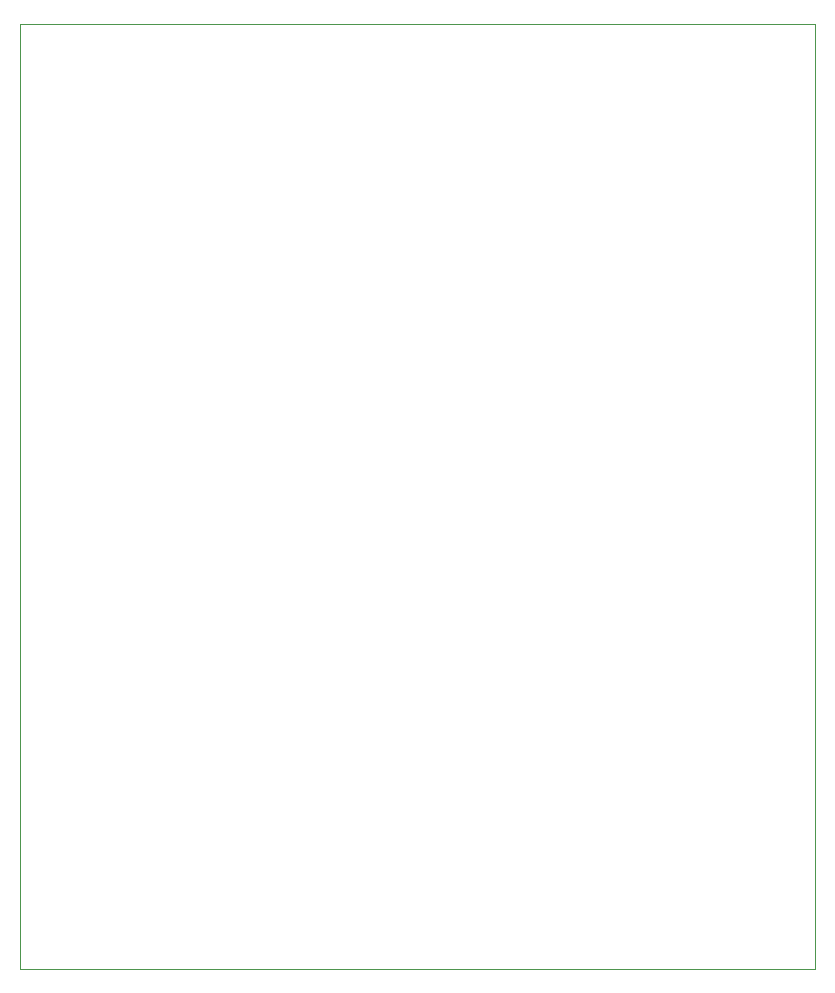
<source format=gbr>
G04 #@! TF.GenerationSoftware,KiCad,Pcbnew,(5.1.4)-1*
G04 #@! TF.CreationDate,2020-03-18T16:22:38+02:00*
G04 #@! TF.ProjectId,arduino-fanatec-pcb,61726475-696e-46f2-9d66-616e61746563,rev?*
G04 #@! TF.SameCoordinates,Original*
G04 #@! TF.FileFunction,Profile,NP*
%FSLAX46Y46*%
G04 Gerber Fmt 4.6, Leading zero omitted, Abs format (unit mm)*
G04 Created by KiCad (PCBNEW (5.1.4)-1) date 2020-03-18 16:22:38*
%MOMM*%
%LPD*%
G04 APERTURE LIST*
%ADD10C,0.050000*%
G04 APERTURE END LIST*
D10*
X54610000Y-115570000D02*
X121920000Y-115570000D01*
X54610000Y-35560000D02*
X54610000Y-115570000D01*
X121920000Y-35560000D02*
X54610000Y-35560000D01*
X121920000Y-115570000D02*
X121920000Y-35560000D01*
M02*

</source>
